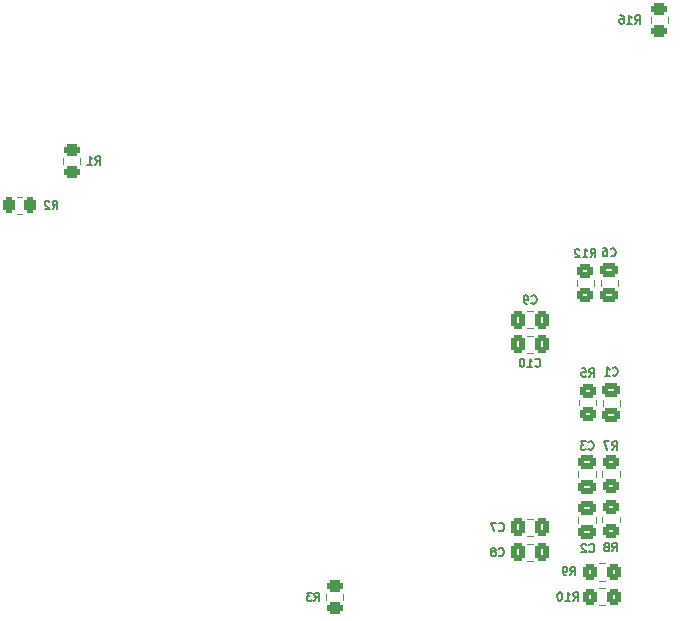
<source format=gbo>
G04 #@! TF.GenerationSoftware,KiCad,Pcbnew,(6.0.6)*
G04 #@! TF.CreationDate,2022-08-29T09:38:23+02:00*
G04 #@! TF.ProjectId,afe-ep-shield,6166652d-6570-42d7-9368-69656c642e6b,rev?*
G04 #@! TF.SameCoordinates,Original*
G04 #@! TF.FileFunction,Legend,Bot*
G04 #@! TF.FilePolarity,Positive*
%FSLAX46Y46*%
G04 Gerber Fmt 4.6, Leading zero omitted, Abs format (unit mm)*
G04 Created by KiCad (PCBNEW (6.0.6)) date 2022-08-29 09:38:23*
%MOMM*%
%LPD*%
G01*
G04 APERTURE LIST*
G04 Aperture macros list*
%AMRoundRect*
0 Rectangle with rounded corners*
0 $1 Rounding radius*
0 $2 $3 $4 $5 $6 $7 $8 $9 X,Y pos of 4 corners*
0 Add a 4 corners polygon primitive as box body*
4,1,4,$2,$3,$4,$5,$6,$7,$8,$9,$2,$3,0*
0 Add four circle primitives for the rounded corners*
1,1,$1+$1,$2,$3*
1,1,$1+$1,$4,$5*
1,1,$1+$1,$6,$7*
1,1,$1+$1,$8,$9*
0 Add four rect primitives between the rounded corners*
20,1,$1+$1,$2,$3,$4,$5,0*
20,1,$1+$1,$4,$5,$6,$7,0*
20,1,$1+$1,$6,$7,$8,$9,0*
20,1,$1+$1,$8,$9,$2,$3,0*%
G04 Aperture macros list end*
%ADD10C,0.150000*%
%ADD11C,0.120000*%
%ADD12C,1.515000*%
%ADD13R,1.700000X1.700000*%
%ADD14O,1.700000X1.700000*%
%ADD15RoundRect,0.250000X0.262500X0.450000X-0.262500X0.450000X-0.262500X-0.450000X0.262500X-0.450000X0*%
%ADD16RoundRect,0.250000X0.450000X-0.350000X0.450000X0.350000X-0.450000X0.350000X-0.450000X-0.350000X0*%
%ADD17RoundRect,0.250000X-0.475000X0.337500X-0.475000X-0.337500X0.475000X-0.337500X0.475000X0.337500X0*%
%ADD18RoundRect,0.250000X0.450000X-0.262500X0.450000X0.262500X-0.450000X0.262500X-0.450000X-0.262500X0*%
%ADD19RoundRect,0.250000X-0.450000X0.350000X-0.450000X-0.350000X0.450000X-0.350000X0.450000X0.350000X0*%
%ADD20RoundRect,0.250000X0.475000X-0.337500X0.475000X0.337500X-0.475000X0.337500X-0.475000X-0.337500X0*%
%ADD21RoundRect,0.250000X0.337500X0.475000X-0.337500X0.475000X-0.337500X-0.475000X0.337500X-0.475000X0*%
%ADD22RoundRect,0.250000X0.350000X0.450000X-0.350000X0.450000X-0.350000X-0.450000X0.350000X-0.450000X0*%
%ADD23RoundRect,0.250000X-0.337500X-0.475000X0.337500X-0.475000X0.337500X0.475000X-0.337500X0.475000X0*%
G04 APERTURE END LIST*
D10*
X65775666Y-37375266D02*
X66009000Y-37041933D01*
X66175666Y-37375266D02*
X66175666Y-36675266D01*
X65909000Y-36675266D01*
X65842333Y-36708600D01*
X65809000Y-36741933D01*
X65775666Y-36808600D01*
X65775666Y-36908600D01*
X65809000Y-36975266D01*
X65842333Y-37008600D01*
X65909000Y-37041933D01*
X66175666Y-37041933D01*
X65509000Y-36741933D02*
X65475666Y-36708600D01*
X65409000Y-36675266D01*
X65242333Y-36675266D01*
X65175666Y-36708600D01*
X65142333Y-36741933D01*
X65109000Y-36808600D01*
X65109000Y-36875266D01*
X65142333Y-36975266D01*
X65542333Y-37375266D01*
X65109000Y-37375266D01*
X113146666Y-66331266D02*
X113380000Y-65997933D01*
X113546666Y-66331266D02*
X113546666Y-65631266D01*
X113280000Y-65631266D01*
X113213333Y-65664600D01*
X113180000Y-65697933D01*
X113146666Y-65764600D01*
X113146666Y-65864600D01*
X113180000Y-65931266D01*
X113213333Y-65964600D01*
X113280000Y-65997933D01*
X113546666Y-65997933D01*
X112746666Y-65931266D02*
X112813333Y-65897933D01*
X112846666Y-65864600D01*
X112880000Y-65797933D01*
X112880000Y-65764600D01*
X112846666Y-65697933D01*
X112813333Y-65664600D01*
X112746666Y-65631266D01*
X112613333Y-65631266D01*
X112546666Y-65664600D01*
X112513333Y-65697933D01*
X112480000Y-65764600D01*
X112480000Y-65797933D01*
X112513333Y-65864600D01*
X112546666Y-65897933D01*
X112613333Y-65931266D01*
X112746666Y-65931266D01*
X112813333Y-65964600D01*
X112846666Y-65997933D01*
X112880000Y-66064600D01*
X112880000Y-66197933D01*
X112846666Y-66264600D01*
X112813333Y-66297933D01*
X112746666Y-66331266D01*
X112613333Y-66331266D01*
X112546666Y-66297933D01*
X112513333Y-66264600D01*
X112480000Y-66197933D01*
X112480000Y-66064600D01*
X112513333Y-65997933D01*
X112546666Y-65964600D01*
X112613333Y-65931266D01*
X113019666Y-41296400D02*
X113053000Y-41329733D01*
X113153000Y-41363066D01*
X113219666Y-41363066D01*
X113319666Y-41329733D01*
X113386333Y-41263066D01*
X113419666Y-41196400D01*
X113453000Y-41063066D01*
X113453000Y-40963066D01*
X113419666Y-40829733D01*
X113386333Y-40763066D01*
X113319666Y-40696400D01*
X113219666Y-40663066D01*
X113153000Y-40663066D01*
X113053000Y-40696400D01*
X113019666Y-40729733D01*
X112419666Y-40663066D02*
X112553000Y-40663066D01*
X112619666Y-40696400D01*
X112653000Y-40729733D01*
X112719666Y-40829733D01*
X112753000Y-40963066D01*
X112753000Y-41229733D01*
X112719666Y-41296400D01*
X112686333Y-41329733D01*
X112619666Y-41363066D01*
X112486333Y-41363066D01*
X112419666Y-41329733D01*
X112386333Y-41296400D01*
X112353000Y-41229733D01*
X112353000Y-41063066D01*
X112386333Y-40996400D01*
X112419666Y-40963066D01*
X112486333Y-40929733D01*
X112619666Y-40929733D01*
X112686333Y-40963066D01*
X112719666Y-40996400D01*
X112753000Y-41063066D01*
X69382466Y-33590666D02*
X69615800Y-33257333D01*
X69782466Y-33590666D02*
X69782466Y-32890666D01*
X69515800Y-32890666D01*
X69449133Y-32924000D01*
X69415800Y-32957333D01*
X69382466Y-33024000D01*
X69382466Y-33124000D01*
X69415800Y-33190666D01*
X69449133Y-33224000D01*
X69515800Y-33257333D01*
X69782466Y-33257333D01*
X68715800Y-33590666D02*
X69115800Y-33590666D01*
X68915800Y-33590666D02*
X68915800Y-32890666D01*
X68982466Y-32990666D01*
X69049133Y-33057333D01*
X69115800Y-33090666D01*
X111190866Y-51548466D02*
X111424200Y-51215133D01*
X111590866Y-51548466D02*
X111590866Y-50848466D01*
X111324200Y-50848466D01*
X111257533Y-50881800D01*
X111224200Y-50915133D01*
X111190866Y-50981800D01*
X111190866Y-51081800D01*
X111224200Y-51148466D01*
X111257533Y-51181800D01*
X111324200Y-51215133D01*
X111590866Y-51215133D01*
X110557533Y-50848466D02*
X110890866Y-50848466D01*
X110924200Y-51181800D01*
X110890866Y-51148466D01*
X110824200Y-51115133D01*
X110657533Y-51115133D01*
X110590866Y-51148466D01*
X110557533Y-51181800D01*
X110524200Y-51248466D01*
X110524200Y-51415133D01*
X110557533Y-51481800D01*
X110590866Y-51515133D01*
X110657533Y-51548466D01*
X110824200Y-51548466D01*
X110890866Y-51515133D01*
X110924200Y-51481800D01*
X111216266Y-66340800D02*
X111249600Y-66374133D01*
X111349600Y-66407466D01*
X111416266Y-66407466D01*
X111516266Y-66374133D01*
X111582933Y-66307466D01*
X111616266Y-66240800D01*
X111649600Y-66107466D01*
X111649600Y-66007466D01*
X111616266Y-65874133D01*
X111582933Y-65807466D01*
X111516266Y-65740800D01*
X111416266Y-65707466D01*
X111349600Y-65707466D01*
X111249600Y-65740800D01*
X111216266Y-65774133D01*
X110949600Y-65774133D02*
X110916266Y-65740800D01*
X110849600Y-65707466D01*
X110682933Y-65707466D01*
X110616266Y-65740800D01*
X110582933Y-65774133D01*
X110549600Y-65840800D01*
X110549600Y-65907466D01*
X110582933Y-66007466D01*
X110982933Y-66407466D01*
X110549600Y-66407466D01*
X106314066Y-45280600D02*
X106347400Y-45313933D01*
X106447400Y-45347266D01*
X106514066Y-45347266D01*
X106614066Y-45313933D01*
X106680733Y-45247266D01*
X106714066Y-45180600D01*
X106747400Y-45047266D01*
X106747400Y-44947266D01*
X106714066Y-44813933D01*
X106680733Y-44747266D01*
X106614066Y-44680600D01*
X106514066Y-44647266D01*
X106447400Y-44647266D01*
X106347400Y-44680600D01*
X106314066Y-44713933D01*
X105980733Y-45347266D02*
X105847400Y-45347266D01*
X105780733Y-45313933D01*
X105747400Y-45280600D01*
X105680733Y-45180600D01*
X105647400Y-45047266D01*
X105647400Y-44780600D01*
X105680733Y-44713933D01*
X105714066Y-44680600D01*
X105780733Y-44647266D01*
X105914066Y-44647266D01*
X105980733Y-44680600D01*
X106014066Y-44713933D01*
X106047400Y-44780600D01*
X106047400Y-44947266D01*
X106014066Y-45013933D01*
X105980733Y-45047266D01*
X105914066Y-45080600D01*
X105780733Y-45080600D01*
X105714066Y-45047266D01*
X105680733Y-45013933D01*
X105647400Y-44947266D01*
X113146666Y-57720666D02*
X113380000Y-57387333D01*
X113546666Y-57720666D02*
X113546666Y-57020666D01*
X113280000Y-57020666D01*
X113213333Y-57054000D01*
X113180000Y-57087333D01*
X113146666Y-57154000D01*
X113146666Y-57254000D01*
X113180000Y-57320666D01*
X113213333Y-57354000D01*
X113280000Y-57387333D01*
X113546666Y-57387333D01*
X112913333Y-57020666D02*
X112446666Y-57020666D01*
X112746666Y-57720666D01*
X109847800Y-70496866D02*
X110081133Y-70163533D01*
X110247800Y-70496866D02*
X110247800Y-69796866D01*
X109981133Y-69796866D01*
X109914466Y-69830200D01*
X109881133Y-69863533D01*
X109847800Y-69930200D01*
X109847800Y-70030200D01*
X109881133Y-70096866D01*
X109914466Y-70130200D01*
X109981133Y-70163533D01*
X110247800Y-70163533D01*
X109181133Y-70496866D02*
X109581133Y-70496866D01*
X109381133Y-70496866D02*
X109381133Y-69796866D01*
X109447800Y-69896866D01*
X109514466Y-69963533D01*
X109581133Y-69996866D01*
X108747800Y-69796866D02*
X108681133Y-69796866D01*
X108614466Y-69830200D01*
X108581133Y-69863533D01*
X108547800Y-69930200D01*
X108514466Y-70063533D01*
X108514466Y-70230200D01*
X108547800Y-70363533D01*
X108581133Y-70430200D01*
X108614466Y-70463533D01*
X108681133Y-70496866D01*
X108747800Y-70496866D01*
X108814466Y-70463533D01*
X108847800Y-70430200D01*
X108881133Y-70363533D01*
X108914466Y-70230200D01*
X108914466Y-70063533D01*
X108881133Y-69930200D01*
X108847800Y-69863533D01*
X108814466Y-69830200D01*
X108747800Y-69796866D01*
X109616066Y-68363266D02*
X109849400Y-68029933D01*
X110016066Y-68363266D02*
X110016066Y-67663266D01*
X109749400Y-67663266D01*
X109682733Y-67696600D01*
X109649400Y-67729933D01*
X109616066Y-67796600D01*
X109616066Y-67896600D01*
X109649400Y-67963266D01*
X109682733Y-67996600D01*
X109749400Y-68029933D01*
X110016066Y-68029933D01*
X109282733Y-68363266D02*
X109149400Y-68363266D01*
X109082733Y-68329933D01*
X109049400Y-68296600D01*
X108982733Y-68196600D01*
X108949400Y-68063266D01*
X108949400Y-67796600D01*
X108982733Y-67729933D01*
X109016066Y-67696600D01*
X109082733Y-67663266D01*
X109216066Y-67663266D01*
X109282733Y-67696600D01*
X109316066Y-67729933D01*
X109349400Y-67796600D01*
X109349400Y-67963266D01*
X109316066Y-68029933D01*
X109282733Y-68063266D01*
X109216066Y-68096600D01*
X109082733Y-68096600D01*
X109016066Y-68063266D01*
X108982733Y-68029933D01*
X108949400Y-67963266D01*
X113197466Y-51380200D02*
X113230800Y-51413533D01*
X113330800Y-51446866D01*
X113397466Y-51446866D01*
X113497466Y-51413533D01*
X113564133Y-51346866D01*
X113597466Y-51280200D01*
X113630800Y-51146866D01*
X113630800Y-51046866D01*
X113597466Y-50913533D01*
X113564133Y-50846866D01*
X113497466Y-50780200D01*
X113397466Y-50746866D01*
X113330800Y-50746866D01*
X113230800Y-50780200D01*
X113197466Y-50813533D01*
X112530800Y-51446866D02*
X112930800Y-51446866D01*
X112730800Y-51446866D02*
X112730800Y-50746866D01*
X112797466Y-50846866D01*
X112864133Y-50913533D01*
X112930800Y-50946866D01*
X87949866Y-70522266D02*
X88183200Y-70188933D01*
X88349866Y-70522266D02*
X88349866Y-69822266D01*
X88083200Y-69822266D01*
X88016533Y-69855600D01*
X87983200Y-69888933D01*
X87949866Y-69955600D01*
X87949866Y-70055600D01*
X87983200Y-70122266D01*
X88016533Y-70155600D01*
X88083200Y-70188933D01*
X88349866Y-70188933D01*
X87716533Y-69822266D02*
X87283200Y-69822266D01*
X87516533Y-70088933D01*
X87416533Y-70088933D01*
X87349866Y-70122266D01*
X87316533Y-70155600D01*
X87283200Y-70222266D01*
X87283200Y-70388933D01*
X87316533Y-70455600D01*
X87349866Y-70488933D01*
X87416533Y-70522266D01*
X87616533Y-70522266D01*
X87683200Y-70488933D01*
X87716533Y-70455600D01*
X111140066Y-57654000D02*
X111173400Y-57687333D01*
X111273400Y-57720666D01*
X111340066Y-57720666D01*
X111440066Y-57687333D01*
X111506733Y-57620666D01*
X111540066Y-57554000D01*
X111573400Y-57420666D01*
X111573400Y-57320666D01*
X111540066Y-57187333D01*
X111506733Y-57120666D01*
X111440066Y-57054000D01*
X111340066Y-57020666D01*
X111273400Y-57020666D01*
X111173400Y-57054000D01*
X111140066Y-57087333D01*
X110906733Y-57020666D02*
X110473400Y-57020666D01*
X110706733Y-57287333D01*
X110606733Y-57287333D01*
X110540066Y-57320666D01*
X110506733Y-57354000D01*
X110473400Y-57420666D01*
X110473400Y-57587333D01*
X110506733Y-57654000D01*
X110540066Y-57687333D01*
X110606733Y-57720666D01*
X110806733Y-57720666D01*
X110873400Y-57687333D01*
X110906733Y-57654000D01*
X115080200Y-21652666D02*
X115313533Y-21319333D01*
X115480200Y-21652666D02*
X115480200Y-20952666D01*
X115213533Y-20952666D01*
X115146866Y-20986000D01*
X115113533Y-21019333D01*
X115080200Y-21086000D01*
X115080200Y-21186000D01*
X115113533Y-21252666D01*
X115146866Y-21286000D01*
X115213533Y-21319333D01*
X115480200Y-21319333D01*
X114413533Y-21652666D02*
X114813533Y-21652666D01*
X114613533Y-21652666D02*
X114613533Y-20952666D01*
X114680200Y-21052666D01*
X114746866Y-21119333D01*
X114813533Y-21152666D01*
X113813533Y-20952666D02*
X113946866Y-20952666D01*
X114013533Y-20986000D01*
X114046866Y-21019333D01*
X114113533Y-21119333D01*
X114146866Y-21252666D01*
X114146866Y-21519333D01*
X114113533Y-21586000D01*
X114080200Y-21619333D01*
X114013533Y-21652666D01*
X113880200Y-21652666D01*
X113813533Y-21619333D01*
X113780200Y-21586000D01*
X113746866Y-21519333D01*
X113746866Y-21352666D01*
X113780200Y-21286000D01*
X113813533Y-21252666D01*
X113880200Y-21219333D01*
X114013533Y-21219333D01*
X114080200Y-21252666D01*
X114113533Y-21286000D01*
X114146866Y-21352666D01*
X103570866Y-64537400D02*
X103604200Y-64570733D01*
X103704200Y-64604066D01*
X103770866Y-64604066D01*
X103870866Y-64570733D01*
X103937533Y-64504066D01*
X103970866Y-64437400D01*
X104004200Y-64304066D01*
X104004200Y-64204066D01*
X103970866Y-64070733D01*
X103937533Y-64004066D01*
X103870866Y-63937400D01*
X103770866Y-63904066D01*
X103704200Y-63904066D01*
X103604200Y-63937400D01*
X103570866Y-63970733D01*
X103337533Y-63904066D02*
X102870866Y-63904066D01*
X103170866Y-64604066D01*
X106647400Y-50643600D02*
X106680733Y-50676933D01*
X106780733Y-50710266D01*
X106847400Y-50710266D01*
X106947400Y-50676933D01*
X107014066Y-50610266D01*
X107047400Y-50543600D01*
X107080733Y-50410266D01*
X107080733Y-50310266D01*
X107047400Y-50176933D01*
X107014066Y-50110266D01*
X106947400Y-50043600D01*
X106847400Y-50010266D01*
X106780733Y-50010266D01*
X106680733Y-50043600D01*
X106647400Y-50076933D01*
X105980733Y-50710266D02*
X106380733Y-50710266D01*
X106180733Y-50710266D02*
X106180733Y-50010266D01*
X106247400Y-50110266D01*
X106314066Y-50176933D01*
X106380733Y-50210266D01*
X105547400Y-50010266D02*
X105480733Y-50010266D01*
X105414066Y-50043600D01*
X105380733Y-50076933D01*
X105347400Y-50143600D01*
X105314066Y-50276933D01*
X105314066Y-50443600D01*
X105347400Y-50576933D01*
X105380733Y-50643600D01*
X105414066Y-50676933D01*
X105480733Y-50710266D01*
X105547400Y-50710266D01*
X105614066Y-50676933D01*
X105647400Y-50643600D01*
X105680733Y-50576933D01*
X105714066Y-50443600D01*
X105714066Y-50276933D01*
X105680733Y-50143600D01*
X105647400Y-50076933D01*
X105614066Y-50043600D01*
X105547400Y-50010266D01*
X111321000Y-41439266D02*
X111554333Y-41105933D01*
X111721000Y-41439266D02*
X111721000Y-40739266D01*
X111454333Y-40739266D01*
X111387666Y-40772600D01*
X111354333Y-40805933D01*
X111321000Y-40872600D01*
X111321000Y-40972600D01*
X111354333Y-41039266D01*
X111387666Y-41072600D01*
X111454333Y-41105933D01*
X111721000Y-41105933D01*
X110654333Y-41439266D02*
X111054333Y-41439266D01*
X110854333Y-41439266D02*
X110854333Y-40739266D01*
X110921000Y-40839266D01*
X110987666Y-40905933D01*
X111054333Y-40939266D01*
X110387666Y-40805933D02*
X110354333Y-40772600D01*
X110287666Y-40739266D01*
X110121000Y-40739266D01*
X110054333Y-40772600D01*
X110021000Y-40805933D01*
X109987666Y-40872600D01*
X109987666Y-40939266D01*
X110021000Y-41039266D01*
X110421000Y-41439266D01*
X109987666Y-41439266D01*
X103545466Y-66671000D02*
X103578800Y-66704333D01*
X103678800Y-66737666D01*
X103745466Y-66737666D01*
X103845466Y-66704333D01*
X103912133Y-66637666D01*
X103945466Y-66571000D01*
X103978800Y-66437666D01*
X103978800Y-66337666D01*
X103945466Y-66204333D01*
X103912133Y-66137666D01*
X103845466Y-66071000D01*
X103745466Y-66037666D01*
X103678800Y-66037666D01*
X103578800Y-66071000D01*
X103545466Y-66104333D01*
X103145466Y-66337666D02*
X103212133Y-66304333D01*
X103245466Y-66271000D01*
X103278800Y-66204333D01*
X103278800Y-66171000D01*
X103245466Y-66104333D01*
X103212133Y-66071000D01*
X103145466Y-66037666D01*
X103012133Y-66037666D01*
X102945466Y-66071000D01*
X102912133Y-66104333D01*
X102878800Y-66171000D01*
X102878800Y-66204333D01*
X102912133Y-66271000D01*
X102945466Y-66304333D01*
X103012133Y-66337666D01*
X103145466Y-66337666D01*
X103212133Y-66371000D01*
X103245466Y-66404333D01*
X103278800Y-66471000D01*
X103278800Y-66604333D01*
X103245466Y-66671000D01*
X103212133Y-66704333D01*
X103145466Y-66737666D01*
X103012133Y-66737666D01*
X102945466Y-66704333D01*
X102912133Y-66671000D01*
X102878800Y-66604333D01*
X102878800Y-66471000D01*
X102912133Y-66404333D01*
X102945466Y-66371000D01*
X103012133Y-66337666D01*
D11*
X63219064Y-37768200D02*
X62764936Y-37768200D01*
X63219064Y-36298200D02*
X62764936Y-36298200D01*
X112320400Y-63844664D02*
X112320400Y-63390536D01*
X113790400Y-63844664D02*
X113790400Y-63390536D01*
X112168000Y-43325148D02*
X112168000Y-43847652D01*
X113638000Y-43325148D02*
X113638000Y-43847652D01*
X66651200Y-33501064D02*
X66651200Y-33046936D01*
X68121200Y-33501064D02*
X68121200Y-33046936D01*
X110339200Y-53493936D02*
X110339200Y-53948064D01*
X111809200Y-53493936D02*
X111809200Y-53948064D01*
X111758400Y-63939052D02*
X111758400Y-63416548D01*
X110288400Y-63939052D02*
X110288400Y-63416548D01*
X106458652Y-47445600D02*
X105936148Y-47445600D01*
X106458652Y-45975600D02*
X105936148Y-45975600D01*
X112320400Y-59564536D02*
X112320400Y-60018664D01*
X113790400Y-59564536D02*
X113790400Y-60018664D01*
X112520464Y-69445200D02*
X112066336Y-69445200D01*
X112520464Y-70915200D02*
X112066336Y-70915200D01*
X112529864Y-68807000D02*
X112075736Y-68807000D01*
X112529864Y-67337000D02*
X112075736Y-67337000D01*
X112345800Y-53485148D02*
X112345800Y-54007652D01*
X113815800Y-53485148D02*
X113815800Y-54007652D01*
X90397000Y-70430764D02*
X90397000Y-69976636D01*
X88927000Y-70430764D02*
X88927000Y-69976636D01*
X110288400Y-59555748D02*
X110288400Y-60078252D01*
X111758400Y-59555748D02*
X111758400Y-60078252D01*
X116409800Y-21563064D02*
X116409800Y-21108936D01*
X117879800Y-21563064D02*
X117879800Y-21108936D01*
X105932248Y-65022400D02*
X106454752Y-65022400D01*
X105932248Y-63552400D02*
X106454752Y-63552400D01*
X106458652Y-49528400D02*
X105936148Y-49528400D01*
X106458652Y-48058400D02*
X105936148Y-48058400D01*
X110136000Y-43384736D02*
X110136000Y-43838864D01*
X111606000Y-43384736D02*
X111606000Y-43838864D01*
X105932248Y-65686000D02*
X106454752Y-65686000D01*
X105932248Y-67156000D02*
X106454752Y-67156000D01*
%LPC*%
D12*
X115265200Y-39192200D03*
X115265200Y-41732200D03*
X115265200Y-44272200D03*
X115265200Y-46812200D03*
X122885200Y-46812200D03*
X122885200Y-39192200D03*
X115265200Y-69672200D03*
X115265200Y-72212200D03*
X115265200Y-74752200D03*
X115265200Y-77292200D03*
X122885200Y-77292200D03*
X122885200Y-69672200D03*
X115265200Y-59512200D03*
X115265200Y-62052200D03*
X115265200Y-64592200D03*
X115265200Y-67132200D03*
X122885200Y-67132200D03*
X122885200Y-59512200D03*
D13*
X100228400Y-55773400D03*
D14*
X100228400Y-58313400D03*
X97688400Y-55773400D03*
X97688400Y-58313400D03*
X95148400Y-55773400D03*
X95148400Y-58313400D03*
X92608400Y-55773400D03*
X92608400Y-58313400D03*
X90068400Y-55773400D03*
X90068400Y-58313400D03*
X87528400Y-55773400D03*
X87528400Y-58313400D03*
X84988400Y-55773400D03*
X84988400Y-58313400D03*
X82448400Y-55773400D03*
X82448400Y-58313400D03*
X79908400Y-55773400D03*
X79908400Y-58313400D03*
X77368400Y-55773400D03*
X77368400Y-58313400D03*
X74828400Y-55773400D03*
X74828400Y-58313400D03*
X72288400Y-55773400D03*
X72288400Y-58313400D03*
D13*
X120065800Y-21463000D03*
D14*
X122605800Y-21463000D03*
X120065800Y-24003000D03*
X122605800Y-24003000D03*
X120065800Y-26543000D03*
X122605800Y-26543000D03*
X120065800Y-29083000D03*
X122605800Y-29083000D03*
X120065800Y-31623000D03*
X122605800Y-31623000D03*
X120065800Y-34163000D03*
X122605800Y-34163000D03*
D12*
X115265200Y-49352200D03*
X115265200Y-51892200D03*
X115265200Y-54432200D03*
X115265200Y-56972200D03*
X122885200Y-56972200D03*
X122885200Y-49352200D03*
D13*
X100228400Y-21243000D03*
D14*
X100228400Y-23783000D03*
X97688400Y-21243000D03*
X97688400Y-23783000D03*
X95148400Y-21243000D03*
X95148400Y-23783000D03*
X92608400Y-21243000D03*
X92608400Y-23783000D03*
X90068400Y-21243000D03*
X90068400Y-23783000D03*
X87528400Y-21243000D03*
X87528400Y-23783000D03*
X84988400Y-21243000D03*
X84988400Y-23783000D03*
X82448400Y-21243000D03*
X82448400Y-23783000D03*
X79908400Y-21243000D03*
X79908400Y-23783000D03*
X77368400Y-21243000D03*
X77368400Y-23783000D03*
X74828400Y-21243000D03*
X74828400Y-23783000D03*
X72288400Y-21243000D03*
X72288400Y-23783000D03*
D13*
X110383400Y-73985200D03*
D14*
X110383400Y-76525200D03*
X107843400Y-73985200D03*
X107843400Y-76525200D03*
X105303400Y-73985200D03*
X105303400Y-76525200D03*
X102763400Y-73985200D03*
X102763400Y-76525200D03*
X100223400Y-73985200D03*
X100223400Y-76525200D03*
X97683400Y-73985200D03*
X97683400Y-76525200D03*
X95143400Y-73985200D03*
X95143400Y-76525200D03*
X92603400Y-73985200D03*
X92603400Y-76525200D03*
X90063400Y-73985200D03*
X90063400Y-76525200D03*
X87523400Y-73985200D03*
X87523400Y-76525200D03*
X84983400Y-73985200D03*
X84983400Y-76525200D03*
X82443400Y-73985200D03*
X82443400Y-76525200D03*
X79903400Y-73985200D03*
X79903400Y-76525200D03*
X77363400Y-73985200D03*
X77363400Y-76525200D03*
X74823400Y-73985200D03*
X74823400Y-76525200D03*
X72283400Y-73985200D03*
X72283400Y-76525200D03*
X69743400Y-73985200D03*
X69743400Y-76525200D03*
X67203400Y-73985200D03*
X67203400Y-76525200D03*
X64663400Y-73985200D03*
X64663400Y-76525200D03*
X62123400Y-73985200D03*
X62123400Y-76525200D03*
D13*
X64592200Y-34163000D03*
D14*
X62052200Y-34163000D03*
X64592200Y-31623000D03*
X62052200Y-31623000D03*
X64592200Y-29083000D03*
X62052200Y-29083000D03*
X64592200Y-26543000D03*
X62052200Y-26543000D03*
X64592200Y-24003000D03*
X62052200Y-24003000D03*
X64592200Y-21463000D03*
X62052200Y-21463000D03*
D15*
X63904500Y-37033200D03*
X62079500Y-37033200D03*
D16*
X113055400Y-64617600D03*
X113055400Y-62617600D03*
D17*
X112903000Y-42548900D03*
X112903000Y-44623900D03*
D18*
X67386200Y-34186500D03*
X67386200Y-32361500D03*
D19*
X111074200Y-52721000D03*
X111074200Y-54721000D03*
D20*
X111023400Y-64715300D03*
X111023400Y-62640300D03*
D21*
X107234900Y-46710600D03*
X105159900Y-46710600D03*
D19*
X113055400Y-58791600D03*
X113055400Y-60791600D03*
D22*
X113293400Y-70180200D03*
X111293400Y-70180200D03*
X113302800Y-68072000D03*
X111302800Y-68072000D03*
D17*
X113080800Y-52708900D03*
X113080800Y-54783900D03*
D18*
X89662000Y-71116200D03*
X89662000Y-69291200D03*
D17*
X111023400Y-58779500D03*
X111023400Y-60854500D03*
D18*
X117144800Y-22248500D03*
X117144800Y-20423500D03*
D23*
X105156000Y-64287400D03*
X107231000Y-64287400D03*
D21*
X107234900Y-48793400D03*
X105159900Y-48793400D03*
D19*
X110871000Y-42611800D03*
X110871000Y-44611800D03*
D23*
X105156000Y-66421000D03*
X107231000Y-66421000D03*
M02*

</source>
